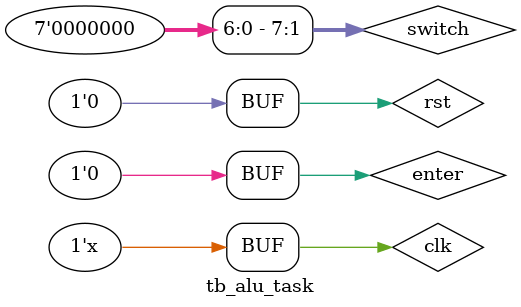
<source format=v>
module tb_alu_task;

	// Inputs
	reg clk;
	reg rst;
	reg enter;
	reg [7:0] switch;

	// Outputs
	wire [15:0] result;

	// Instantiate the Unit Under Test (UUT)
	alu uut (
		.clk(clk), 
		.rst(rst), 
		.result(result), 
		.enter(enter), 
		.switch(switch)
	);

   always
   #10 clk=~clk;
	

	initial begin
		// Initialize Inputs
		clk = 0;
		rst = 0;
		enter = 0;
		switch = 0;

		// Wait 100 ns for global reset to finish
		#100;
      rst=1;

      #100
      rst=0;		
		// Add stimulus here

     repeat (120)
	  begin
     #10
     switch=$random;

     #10
     enter=1;  //We Enter Op Code

     #5 
     enter=0;
     end

     
     	  
    
	end
      
endmodule

</source>
